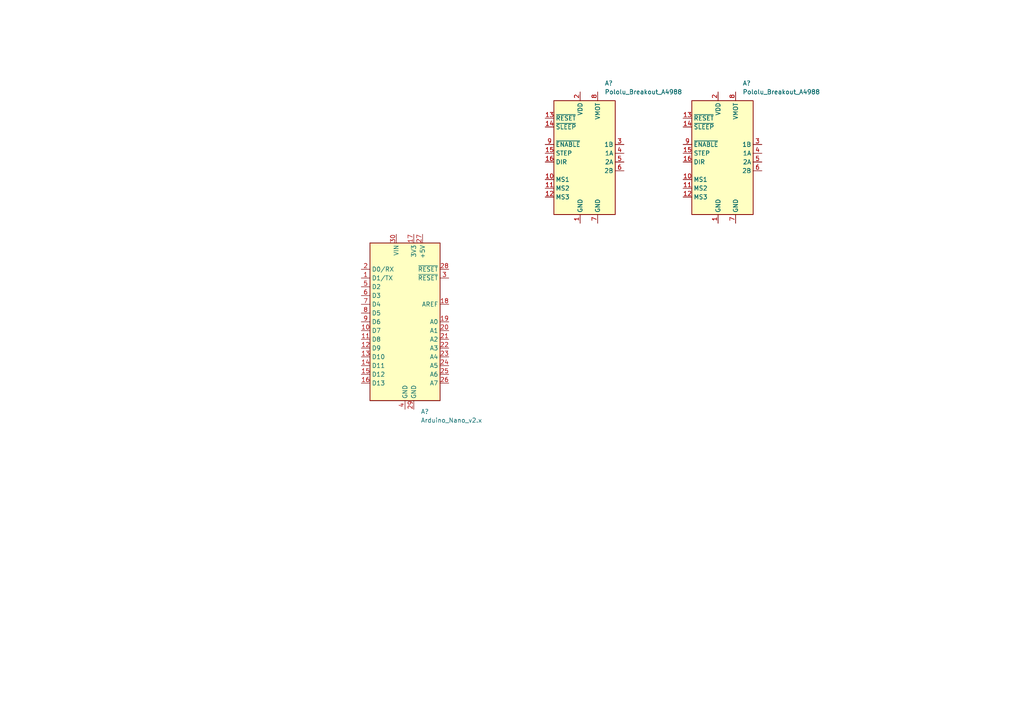
<source format=kicad_sch>
(kicad_sch (version 20211123) (generator eeschema)
  (paper "A4")
  (lib_symbols
    (symbol "Driver_Motor:Pololu_Breakout_A4988"
      (property "Reference" "A" (at -2.54 19.05 0))
      (property "Value" "Pololu_Breakout_A4988" (at -2.54 16.51 0))
      (symbol "Pololu_Breakout_A4988_0_1"
        (rectangle (start 10.16 -17.78) (end -7.62 15.24) (stroke (width 0.254)) (fill (type background)))
      )
      (symbol "Pololu_Breakout_A4988_1_1"
        (pin power_in line (at 0 -20.32 90) (length 2.54) (name "GND") (number "1"))
        (pin input line (at -10.16 -7.62 0) (length 2.54) (name "MS1") (number "10"))
        (pin input line (at -10.16 -10.16 0) (length 2.54) (name "MS2") (number "11"))
        (pin input line (at -10.16 -12.7 0) (length 2.54) (name "MS3") (number "12"))
        (pin input line (at -10.16 10.16 0) (length 2.54) (name "~{RESET}") (number "13"))
        (pin input line (at -10.16 7.62 0) (length 2.54) (name "~{SLEEP}") (number "14"))
        (pin input line (at -10.16 0 0) (length 2.54) (name "STEP") (number "15"))
        (pin input line (at -10.16 -2.54 0) (length 2.54) (name "DIR") (number "16"))
        (pin power_in line (at 0 17.78 270) (length 2.54) (name "VDD") (number "2"))
        (pin output line (at 12.7 2.54 180) (length 2.54) (name "1B") (number "3"))
        (pin output line (at 12.7 0 180) (length 2.54) (name "1A") (number "4"))
        (pin output line (at 12.7 -2.54 180) (length 2.54) (name "2A") (number "5"))
        (pin output line (at 12.7 -5.08 180) (length 2.54) (name "2B") (number "6"))
        (pin power_in line (at 5.08 -20.32 90) (length 2.54) (name "GND") (number "7"))
        (pin power_in line (at 5.08 17.78 270) (length 2.54) (name "VMOT") (number "8"))
        (pin input line (at -10.16 2.54 0) (length 2.54) (name "~{ENABLE}") (number "9"))
      )
    )
    (symbol "MCU_Module:Arduino_Nano_v2.x"
      (property "Reference" "A" (at -10.16 23.495 0))
      (property "Value" "Arduino_Nano_v2.x" (at 5.08 -24.13 0))
      (symbol "Arduino_Nano_v2.x_0_1"
        (rectangle (start -10.16 22.86) (end 10.16 -22.86) (stroke (width 0.254)) (fill (type background)))
      )
      (symbol "Arduino_Nano_v2.x_1_1"
        (pin bidirectional line (at -12.7 12.7 0) (length 2.54) (name "D1/TX") (number "1"))
        (pin bidirectional line (at -12.7 -2.54 0) (length 2.54) (name "D7") (number "10"))
        (pin bidirectional line (at -12.7 -5.08 0) (length 2.54) (name "D8") (number "11"))
        (pin bidirectional line (at -12.7 -7.62 0) (length 2.54) (name "D9") (number "12"))
        (pin bidirectional line (at -12.7 -10.16 0) (length 2.54) (name "D10") (number "13"))
        (pin bidirectional line (at -12.7 -12.7 0) (length 2.54) (name "D11") (number "14"))
        (pin bidirectional line (at -12.7 -15.24 0) (length 2.54) (name "D12") (number "15"))
        (pin bidirectional line (at -12.7 -17.78 0) (length 2.54) (name "D13") (number "16"))
        (pin power_out line (at 2.54 25.4 270) (length 2.54) (name "3V3") (number "17"))
        (pin input line (at 12.7 5.08 180) (length 2.54) (name "AREF") (number "18"))
        (pin bidirectional line (at 12.7 0 180) (length 2.54) (name "A0") (number "19"))
        (pin bidirectional line (at -12.7 15.24 0) (length 2.54) (name "D0/RX") (number "2"))
        (pin bidirectional line (at 12.7 -2.54 180) (length 2.54) (name "A1") (number "20"))
        (pin bidirectional line (at 12.7 -5.08 180) (length 2.54) (name "A2") (number "21"))
        (pin bidirectional line (at 12.7 -7.62 180) (length 2.54) (name "A3") (number "22"))
        (pin bidirectional line (at 12.7 -10.16 180) (length 2.54) (name "A4") (number "23"))
        (pin bidirectional line (at 12.7 -12.7 180) (length 2.54) (name "A5") (number "24"))
        (pin bidirectional line (at 12.7 -15.24 180) (length 2.54) (name "A6") (number "25"))
        (pin bidirectional line (at 12.7 -17.78 180) (length 2.54) (name "A7") (number "26"))
        (pin power_out line (at 5.08 25.4 270) (length 2.54) (name "+5V") (number "27"))
        (pin input line (at 12.7 15.24 180) (length 2.54) (name "~{RESET}") (number "28"))
        (pin power_in line (at 2.54 -25.4 90) (length 2.54) (name "GND") (number "29"))
        (pin input line (at 12.7 12.7 180) (length 2.54) (name "~{RESET}") (number "3"))
        (pin power_in line (at -2.54 25.4 270) (length 2.54) (name "VIN") (number "30"))
        (pin power_in line (at 0 -25.4 90) (length 2.54) (name "GND") (number "4"))
        (pin bidirectional line (at -12.7 10.16 0) (length 2.54) (name "D2") (number "5"))
        (pin bidirectional line (at -12.7 7.62 0) (length 2.54) (name "D3") (number "6"))
        (pin bidirectional line (at -12.7 5.08 0) (length 2.54) (name "D4") (number "7"))
        (pin bidirectional line (at -12.7 2.54 0) (length 2.54) (name "D5") (number "8"))
        (pin bidirectional line (at -12.7 0 0) (length 2.54) (name "D6") (number "9"))
      )
    )
  )
  (symbol (lib_id "MCU_Module:Arduino_Nano_v2.x") (at 117.475 93.345 0) (unit 1)
    (property "Reference" "A?" (at 122.0344 119.38 0) (effects (justify left)))
    (property "Value" "Arduino_Nano_v2.x" (at 122.0344 121.92 0) (effects (justify left)))
    (property "Footprint" "Module:Arduino_Nano" (effects hide))
    (property "Datasheet" "https://www.arduino.cc/en/uploads/Main/ArduinoNanoManual23.pdf" (effects hide))
  )
  (symbol (lib_id "Driver_Motor:Pololu_Breakout_A4988") (at 168.275 44.45 0) (unit 1)
    (property "Reference" "A?" (at 175.3744 24.13 0) (effects (justify left)))
    (property "Value" "Pololu_Breakout_A4988" (at 175.3744 26.67 0) (effects (justify left)))
    (property "Footprint" "Module:Pololu_Breakout-16_15.2x20.3mm" (effects hide))
    (property "Datasheet" "https://www.pololu.com/product/2980/pictures" (effects hide))
  )
  (symbol (lib_id "Driver_Motor:Pololu_Breakout_A4988") (at 208.28 44.45 0) (unit 1)
    (property "Reference" "A?" (at 215.3794 24.13 0) (effects (justify left)))
    (property "Value" "Pololu_Breakout_A4988" (at 215.3794 26.67 0) (effects (justify left)))
    (property "Footprint" "Module:Pololu_Breakout-16_15.2x20.3mm" (effects hide))
    (property "Datasheet" "https://www.pololu.com/product/2980/pictures" (effects hide))
  )
)
</source>
